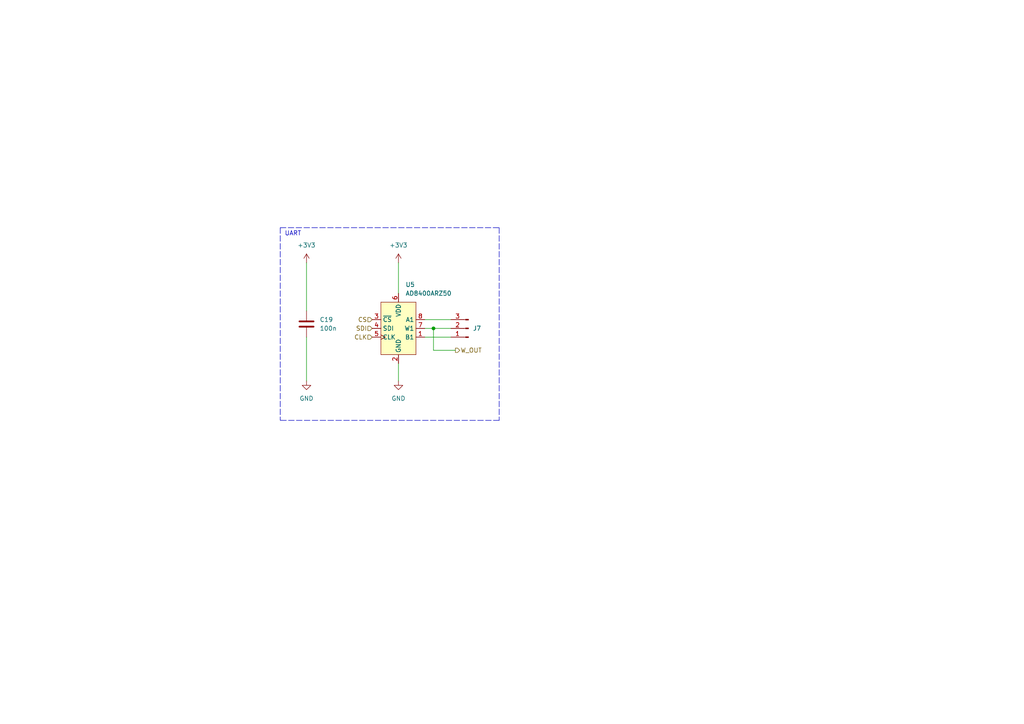
<source format=kicad_sch>
(kicad_sch (version 20211123) (generator eeschema)
  (paper "A4")
  (lib_symbols
    (symbol "Connector:Conn_01x03_Male" (pin_names (offset 1.016) hide)
      (property "Reference" "J" (at 0 5.08 0))
      (property "Value" "Conn_01x03_Male" (at 0 -5.08 0))
      (symbol "Conn_01x03_Male_1_1"
        (polyline (pts (xy 1.27 -2.54) (xy 0.8636 -2.54)) (stroke (width 0.1524)))
        (polyline (pts (xy 1.27 0) (xy 0.8636 0)) (stroke (width 0.1524)))
        (polyline (pts (xy 1.27 2.54) (xy 0.8636 2.54)) (stroke (width 0.1524)))
        (rectangle (start 0.8636 -2.413) (end 0 -2.667) (stroke (width 0.1524)) (fill (type outline)))
        (rectangle (start 0.8636 0.127) (end 0 -0.127) (stroke (width 0.1524)) (fill (type outline)))
        (rectangle (start 0.8636 2.667) (end 0 2.413) (stroke (width 0.1524)) (fill (type outline)))
        (pin passive line (at 5.08 2.54 180) (length 3.81) (name "Pin_1") (number "1"))
        (pin passive line (at 5.08 0 180) (length 3.81) (name "Pin_2") (number "2"))
        (pin passive line (at 5.08 -2.54 180) (length 3.81) (name "Pin_3") (number "3"))
      )
    )
    (symbol "Device:C" (pin_numbers hide) (pin_names (offset 0.254))
      (property "Reference" "C" (at 0.635 2.54 0))
      (property "Value" "C" (at 0.635 -2.54 0))
      (symbol "C_0_1"
        (polyline (pts (xy -2.032 -0.762) (xy 2.032 -0.762)) (stroke (width 0.508)))
        (polyline (pts (xy -2.032 0.762) (xy 2.032 0.762)) (stroke (width 0.508)))
      )
      (symbol "C_1_1"
        (pin passive line (at 0 3.81 270) (length 2.794) (name "~") (number "1"))
        (pin passive line (at 0 -3.81 90) (length 2.794) (name "~") (number "2"))
      )
    )
    (symbol "power:+3V3" (power) (pin_names (offset 0))
      (property "Value" "+3V3" (at 0 3.556 0))
      (symbol "+3V3_0_1"
        (polyline (pts (xy -0.762 1.27) (xy 0 2.54)))
        (polyline (pts (xy 0 0) (xy 0 2.54)))
        (polyline (pts (xy 0 2.54) (xy 0.762 1.27)))
      )
      (symbol "+3V3_1_1"
        (pin power_in line (at 0 0 90) (length 0) hide (name "+3V3") (number "1"))
      )
    )
    (symbol "power:GND" (power) (pin_names (offset 0))
      (property "Value" "GND" (at 0 -3.81 0))
      (symbol "GND_0_1"
        (polyline (pts (xy 0 0) (xy 0 -1.27) (xy 1.27 -1.27) (xy 0 -2.54) (xy -1.27 -1.27) (xy 0 -1.27)))
      )
      (symbol "GND_1_1"
        (pin power_in line (at 0 0 270) (length 0) hide (name "GND") (number "1"))
      )
    )
    (symbol "symbols:AD8400ARZ50"
      (property "Reference" "U" (at 7.62 -7.62 0))
      (property "Value" "AD8400ARZ50" (at 5.08 10.16 0))
      (symbol "AD8400ARZ50_0_1"
        (rectangle (start -5.08 7.62) (end 5.08 -7.62) (stroke (width 0.1524)) (fill (type background)))
      )
      (symbol "AD8400ARZ50_1_1"
        (pin passive line (at 7.62 -2.54 180) (length 2.54) (name "B1") (number "1"))
        (pin power_in line (at 0 -10.16 90) (length 2.54) (name "GND") (number "2"))
        (pin input line (at -7.62 2.54 0) (length 2.54) (name "~{CS}") (number "3"))
        (pin input line (at -7.62 0 0) (length 2.54) (name "SDI") (number "4"))
        (pin input clock (at -7.62 -2.54 0) (length 2.54) (name "CLK") (number "5"))
        (pin power_in line (at 0 10.16 270) (length 2.54) (name "VDD") (number "6"))
        (pin passive line (at 7.62 0 180) (length 2.54) (name "W1") (number "7"))
        (pin passive line (at 7.62 2.54 180) (length 2.54) (name "A1") (number "8"))
      )
    )
  )
  (junction (at 125.73 95.25))
  (polyline (pts (xy 144.78 66.04) (xy 144.78 121.92)))
  (wire (pts (xy 125.73 95.25) (xy 130.81 95.25)))
  (polyline (pts (xy 81.28 66.04) (xy 144.78 66.04)))
  (wire (pts (xy 123.19 92.71) (xy 130.81 92.71)))
  (wire (pts (xy 125.73 95.25) (xy 125.73 101.6)))
  (wire (pts (xy 115.57 105.41) (xy 115.57 110.49)))
  (wire (pts (xy 115.57 76.2) (xy 115.57 85.09)))
  (wire (pts (xy 125.73 101.6) (xy 132.08 101.6)))
  (polyline (pts (xy 144.78 121.92) (xy 81.28 121.92)))
  (wire (pts (xy 88.9 76.2) (xy 88.9 90.17)))
  (wire (pts (xy 123.19 95.25) (xy 125.73 95.25)))
  (wire (pts (xy 88.9 97.79) (xy 88.9 110.49)))
  (wire (pts (xy 123.19 97.79) (xy 130.81 97.79)))
  (polyline (pts (xy 81.28 66.04) (xy 81.28 121.92)))
  (text "UART\n" (at 82.55 68.58 0) (effects (font (size 1.27 1.27)) (justify left bottom)))
  (hierarchical_label "W_OUT" (shape output) (at 132.08 101.6 0))
  (hierarchical_label "SDI" (shape input) (at 107.95 95.25 180))
  (hierarchical_label "CS" (shape input) (at 107.95 92.71 180))
  (hierarchical_label "CLK" (shape input) (at 107.95 97.79 180))
  (symbol (lib_id "power:+3V3") (at 88.9 76.2 0) (unit 1)
    (property "Reference" "#PWR0101" (effects hide))
    (property "Value" "+3V3" (at 88.9 71.12 0))
  )
  (symbol (lib_id "Device:C") (at 88.9 93.98 0) (unit 1)
    (property "Reference" "C19" (at 92.71 92.7099 0) (effects (justify left)))
    (property "Value" "100n" (at 92.71 95.2499 0) (effects (justify left)))
    (property "Footprint" "C_0603_1608Metric" (effects hide))
  )
  (symbol (lib_id "symbols:AD8400ARZ50") (at 115.57 95.25 0) (unit 1)
    (property "Reference" "U5" (at 117.5894 82.55 0) (effects (justify left)))
    (property "Value" "AD8400ARZ50" (at 117.5894 85.09 0) (effects (justify left)))
    (property "Footprint" "Package_SO:SOP-8_3.9x4.9mm_P1.27mm" (effects hide))
  )
  (symbol (lib_id "Connector:Conn_01x03_Male") (at 135.89 95.25 180) (unit 1)
    (property "Reference" "J7" (at 137.16 95.2499 0) (effects (justify right)))
    (property "Value" "Conn_01x03_Male" (effects hide))
    (property "Footprint" "PinHeader_1x03_P2.54mm_Vertical" (effects hide))
  )
  (symbol (lib_id "power:GND") (at 115.57 110.49 0) (unit 1)
    (property "Reference" "#PWR0104" (effects hide))
    (property "Value" "GND" (at 115.57 115.57 0))
  )
  (symbol (lib_id "power:+3V3") (at 115.57 76.2 0) (unit 1)
    (property "Reference" "#PWR0103" (effects hide))
    (property "Value" "+3V3" (at 115.57 71.12 0))
  )
  (symbol (lib_id "power:GND") (at 88.9 110.49 0) (unit 1)
    (property "Reference" "#PWR0102" (effects hide))
    (property "Value" "GND" (at 88.9 115.57 0))
  )
)
</source>
